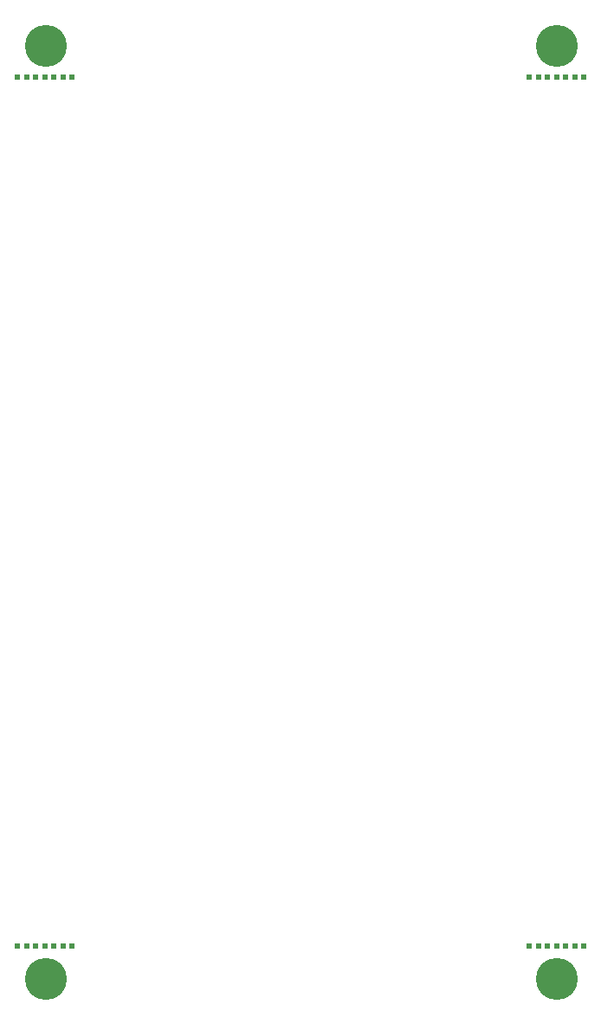
<source format=gbr>
G04 EAGLE Gerber RS-274X export*
G75*
%MOMM*%
%FSLAX34Y34*%
%LPD*%
%INSoldermask Bottom*%
%IPPOS*%
%AMOC8*
5,1,8,0,0,1.08239X$1,22.5*%
G01*
%ADD10C,0.601600*%
%ADD11C,4.101600*%


D10*
X59690Y849630D03*
X50800Y849630D03*
X41910Y849630D03*
X33020Y849630D03*
X24130Y849630D03*
X15240Y849630D03*
X6350Y849630D03*
X560070Y849630D03*
X551180Y849630D03*
X542290Y849630D03*
X533400Y849630D03*
X524510Y849630D03*
X515620Y849630D03*
X506730Y849630D03*
X59690Y0D03*
X50800Y0D03*
X41910Y0D03*
X33020Y0D03*
X24130Y0D03*
X15240Y0D03*
X6350Y0D03*
X560070Y0D03*
X551180Y0D03*
X542290Y0D03*
X533400Y0D03*
X524510Y0D03*
X515620Y0D03*
X506730Y0D03*
D11*
X34290Y-31750D03*
X533400Y880110D03*
X533400Y-31750D03*
X34290Y880110D03*
M02*

</source>
